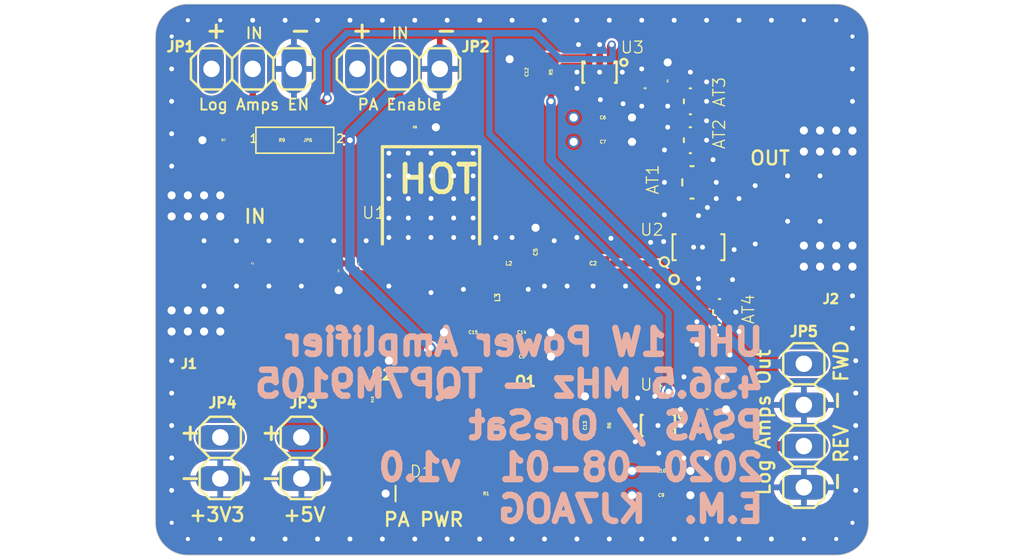
<source format=kicad_pcb>
(kicad_pcb (version 20241229) (generator "pcbnew") (generator_version "9.0")
  (layers (0 "F.Cu" signal) (4 "In1.Cu" signal) (6 "In2.Cu" signal) (2 "B.Cu" signal) (13 "F.Paste" user) (15 "B.Paste" user) (5 "F.SilkS" user "F.Silkscreen") (7 "B.SilkS" user "B.Silkscreen") (1 "F.Mask" user) (3 "B.Mask" user) (25 "Edge.Cuts" user))
  (net 0 "")
  (net 1 "GND")
  (net 2 "N$1")
  (net 3 "N$3")
  (net 4 "N$4")
  (net 5 "N$5")
  (net 6 "N$6")
  (net 7 "+3V3")
  (net 8 "N$8")
  (net 9 "N$9")
  (net 10 "N$12")
  (net 11 "N$13")
  (net 12 "FWD")
  (net 13 "REV")
  (net 14 "N$16")
  (net 15 "N$17")
  (net 16 "N$18")
  (net 17 "N$20")
  (net 18 "N$21")
  (net 19 "N$2")
  (net 20 "N$7")
  (net 21 "N$22")
  (net 22 "CAPS")
  (net 23 "+5V")
  (net 24 "N$23")
  (net 25 "N$26")
  (net 26 "N$25")
  (net 27 "N$11")
  (net 28 "N$14")
  (footprint "amp-PA-TQP7M9105-with-detect:1X03_325" (layer "F.Cu") (at 141.5011 92.0036)
    (property "Reference" "JP2")
    (property "Value" "")
  )
  (footprint "amp-PA-TQP7M9105-with-detect:.0603-B-NOSILK" (layer "F.Cu") (at 150.9011 92.2036 -90)
    (property "Reference" "R5")
    (property "Value" "0" (hide yes))
  )
  (footprint "amp-PA-TQP7M9105-with-detect:TQP7M9105" (layer "F.Cu") (at 143.5011 104.0036)
    (property "Reference" "U1")
    (property "Value" "TQP7M9105" (hide yes))
  )
  (footprint "amp-PA-TQP7M9105-with-detect:0603" (layer "F.Cu") (at 159.5011 94.0036 90)
    (property "Reference" "AT3")
    (property "Value" "10dB" (hide yes))
  )
  (footprint "amp-PA-TQP7M9105-with-detect:.0402-C-NOSILK" (layer "F.Cu") (at 160.5511 113.0036 180)
    (property "Reference" "R4")
    (property "Value" "47" (hide yes))
  )
  (footprint "amp-PA-TQP7M9105-with-detect:LED-0603_529" (layer "F.Cu") (at 142.9011 118.2036 180)
    (property "Reference" "D1")
    (property "Value" "GREEN" (hide yes))
  )
  (footprint "amp-PA-TQP7M9105-with-detect:0805" (layer "F.Cu") (at 159.6011 99.0036 90)
    (property "Reference" "AT1")
    (property "Value" "10dB" (hide yes))
  )
  (footprint "amp-PA-TQP7M9105-with-detect:.0402-B-NOSILK" (layer "F.Cu") (at 130.7011 96.4036)
    (property "Reference" "R7")
    (property "Value" "47k" (hide yes))
  )
  (footprint "amp-PA-TQP7M9105-with-detect:.0603-B-NOSILK" (layer "F.Cu") (at 157.7011 118.3036)
    (property "Reference" "C9")
    (property "Value" "100n" (hide yes))
  )
  (footprint "amp-PA-TQP7M9105-with-detect:0603" (layer "F.Cu") (at 159.5011 96.4036 90)
    (property "Reference" "AT2")
    (property "Value" "10dB" (hide yes))
  )
  (footprint "amp-PA-TQP7M9105-with-detect:.0402-C-NOSILK" (layer "F.Cu") (at 160.1011 114.4036 90)
    (property "Reference" "C11")
    (property "Value" "1n" (hide yes))
  )
  (footprint "amp-PA-TQP7M9105-with-detect:1X02_325" (layer "F.Cu") (at 130.5011 116.0036 90)
    (property "Reference" "JP4")
    (property "Value" "")
  )
  (footprint "amp-PA-TQP7M9105-with-detect:SOT23_401" (layer "F.Cu") (at 142.9011 111.4036 180)
    (property "Reference" "Q2")
    (property "Value" "N-CH" (hide yes))
  )
  (footprint "amp-PA-TQP7M9105-with-detect:SC70" (layer "F.Cu") (at 157.5011 114.0036 180)
    (property "Reference" "U4")
    (property "Value" "LT5534" (hide yes))
  )
  (footprint "amp-PA-TQP7M9105-with-detect:.0603-B-NOSILK" (layer "F.Cu") (at 153.0011 114.0036 90)
    (property "Reference" "C13")
    (property "Value" "NP" (hide yes))
  )
  (footprint "amp-PA-TQP7M9105-with-detect:0603" (layer "F.Cu") (at 161.3011 107.0036 90)
    (property "Reference" "AT4")
    (property "Value" "10dB" (hide yes))
  )
  (footprint "amp-PA-TQP7M9105-with-detect:.0603-B-NOSILK" (layer "F.Cu") (at 134.3011 96.4036 180)
    (property "Reference" "R9")
    (property "Value" "0" (hide yes))
  )
  (footprint "amp-PA-TQP7M9105-with-detect:.0603-B-NOSILK" (layer "F.Cu") (at 154.1011 96.5036)
    (property "Reference" "C7")
    (property "Value" "100p" (hide yes))
  )
  (footprint "amp-PA-TQP7M9105-with-detect:.0402-C-NOSILK" (layer "F.Cu") (at 137.8011 104.4536 -90)
    (property "Reference" "C4")
    (property "Value" "27p" (hide yes))
  )
  (footprint "amp-PA-TQP7M9105-with-detect:.0603-B-NOSILK" (layer "F.Cu") (at 157.7011 116.8036)
    (property "Reference" "C10")
    (property "Value" "100p" (hide yes))
  )
  (footprint "amp-PA-TQP7M9105-with-detect:.0603-C-NOSILK@1" (layer "F.Cu") (at 148.3011 104.0036)
    (property "Reference" "L2")
    (property "Value" "10n" (hide yes))
  )
  (footprint "amp-PA-TQP7M9105-with-detect:.0603-B-NOSILK" (layer "F.Cu") (at 146.1011 108.2536 180)
    (property "Reference" "C15")
    (property "Value" "NP" (hide yes))
  )
  (footprint "amp-PA-TQP7M9105-with-detect:.0603-B-NOSILK" (layer "F.Cu") (at 149.1011 109.7536)
    (property "Reference" "C3")
    (property "Value" "1u" (hide yes))
  )
  (footprint "amp-PA-TQP7M9105-with-detect:SOT23_401" (layer "F.Cu") (at 146.8511 111.4036)
    (property "Reference" "Q1")
    (property "Value" "P-CH" (hide yes))
  )
  (footprint "amp-PA-TQP7M9105-with-detect:BDCN-20-13+" (layer "F.Cu") (at 160.0011 103.0036)
    (property "Reference" "U2")
    (property "Value" "BDCN-20-13+" (hide yes))
  )
  (footprint "amp-PA-TQP7M9105-with-detect:.0603-B-NOSILK" (layer "F.Cu") (at 146.9011 118.2036)
    (property "Reference" "R1")
    (property "Value" "5.6k" (hide yes))
  )
  (footprint "amp-PA-TQP7M9105-with-detect:.0402-C-NOSILK" (layer "F.Cu") (at 158.1011 92.7536 -90)
    (property "Reference" "R3")
    (property "Value" "47" (hide yes))
  )
  (footprint "amp-PA-TQP7M9105-with-detect:.0603-B-NOSILK" (layer "F.Cu") (at 154.5011 114.0036 -90)
    (property "Reference" "R6")
    (property "Value" "0" (hide yes))
  )
  (footprint "amp-PA-TQP7M9105-with-detect:.0603-C-NOSILK" (layer "F.Cu") (at 149.9511 103.3036 90)
    (property "Reference" "C5")
    (property "Value" "10p" (hide yes))
  )
  (footprint "amp-PA-TQP7M9105-with-detect:142-0701-851" (layer "F.Cu") (at 170.5011 100.0036 -90)
    (property "Reference" "J2")
    (property "Value" "142-0701-851" (hide yes))
  )
  (footprint "amp-PA-TQP7M9105-with-detect:SC70" (layer "F.Cu") (at 153.9011 92.2036 180)
    (property "Reference" "U3")
    (property "Value" "LT5534" (hide yes))
  )
  (footprint "amp-PA-TQP7M9105-with-detect:.0603-C-NOSILK" (layer "F.Cu") (at 153.5011 104.0036)
    (property "Reference" "C2")
    (property "Value" "100p" (hide yes))
  )
  (footprint "amp-PA-TQP7M9105-with-detect:.0603-B-NOSILK" (layer "F.Cu") (at 154.1011 95.0036)
    (property "Reference" "C6")
    (property "Value" "100n" (hide yes))
  )
  (footprint "amp-PA-TQP7M9105-with-detect:.0402-C-NOSILK" (layer "F.Cu") (at 139.0011 104.0036)
    (property "Reference" "L1")
    (property "Value" "4.1n" (hide yes))
  )
  (footprint "amp-PA-TQP7M9105-with-detect:.0603-B-NOSILK" (layer "F.Cu") (at 135.9011 96.4036 180)
    (property "Reference" "JP6")
    (property "Value" "NP" (hide yes))
  )
  (footprint "amp-PA-TQP7M9105-with-detect:.0402-B-NOSILK" (layer "F.Cu") (at 142.5011 95.6036 180)
    (property "Reference" "R8")
    (property "Value" "47k" (hide yes))
  )
  (footprint "amp-PA-TQP7M9105-with-detect:.0402-C-NOSILK" (layer "F.Cu") (at 156.7011 93.2036)
    (property "Reference" "C8")
    (property "Value" "1n" (hide yes))
  )
  (footprint "amp-PA-TQP7M9105-with-detect:.0805-C-NOSILK" (layer "F.Cu") (at 147.6011 106.1036 -90)
    (property "Reference" "L3")
    (property "Value" "22n" (hide yes))
  )
  (footprint "amp-PA-TQP7M9105-with-detect:.0402-C-NOSILK" (layer "F.Cu") (at 132.5011 104.0036)
    (property "Reference" "C1")
    (property "Value" "100p" (hide yes))
  )
  (footprint "amp-PA-TQP7M9105-with-detect:.0603-B-NOSILK" (layer "F.Cu") (at 149.4011 92.2036 90)
    (property "Reference" "C12")
    (property "Value" "NP" (hide yes))
  )
  (footprint "amp-PA-TQP7M9105-with-detect:1X03_325" (layer "F.Cu") (at 132.5011 92.0036)
    (property "Reference" "JP1")
    (property "Value" "")
  )
  (footprint "amp-PA-TQP7M9105-with-detect:1X04_325" (layer "F.Cu") (at 166.5011 114.0036 -90)
    (property "Reference" "JP5")
    (property "Value" "")
  )
  (footprint "amp-PA-TQP7M9105-with-detect:1X02_325" (layer "F.Cu") (at 135.5011 116.0036 90)
    (property "Reference" "JP3")
    (property "Value" "")
  )
  (footprint "amp-PA-TQP7M9105-with-detect:142-0701-851" (layer "F.Cu") (at 126.5011 104.0036 90)
    (property "Reference" "J1")
    (property "Value" "142-0701-851" (hide yes))
  )
  (footprint "amp-PA-TQP7M9105-with-detect:.0402-B-NOSILK" (layer "F.Cu") (at 139.9011 112.4036 90)
    (property "Reference" "R10")
    (property "Value" "47k" (hide yes))
  )
  (footprint "amp-PA-TQP7M9105-with-detect:.0603-B-NOSILK" (layer "F.Cu") (at 149.1011 108.2536)
    (property "Reference" "C14")
    (property "Value" "47n" (hide yes))
  )
  (gr_line (start 140.5011 96.8036) (end 140.5011 102.8036) (stroke (width 0.2)) (layer "F.SilkS"))
  (gr_line (start 146.5011 102.8036) (end 146.5011 96.8036) (stroke (width 0.2)) (layer "F.SilkS"))
  (gr_line (start 146.5011 96.8036) (end 140.5011 96.8036) (stroke (width 0.2)) (layer "F.SilkS"))
  (gr_line (start 137.5011 95.6036) (end 137.5011 97.2036) (stroke (width 0.1)) (layer "F.SilkS"))
  (gr_line (start 132.7011 95.6036) (end 137.5011 95.6036) (stroke (width 0.1)) (layer "F.SilkS"))
  (gr_circle (center 158.5011 105.0036) (end 158.78394 105.0036) (stroke (width 0.15)) (fill no) (layer "F.SilkS"))
  (gr_line (start 132.7011 97.2036) (end 132.7011 95.6036) (stroke (width 0.1)) (layer "F.SilkS"))
  (gr_line (start 137.5011 97.2036) (end 132.7011 97.2036) (stroke (width 0.1)) (layer "F.SilkS"))
  (gr_line (start 128.5011 122.0036) (end 168.5011 122.0036) (stroke (width 0.05)) (layer "Edge.Cuts"))
  (gr_arc (start 168.5011 88.0036) (mid 169.915314 88.589386) (end 170.5011 90.0036) (stroke (width 0.05)) (layer "Edge.Cuts"))
  (gr_line (start 168.5011 88.0036) (end 128.5011 88.0036) (stroke (width 0.05)) (layer "Edge.Cuts"))
  (gr_arc (start 128.5011 122.0036) (mid 127.086886 121.417814) (end 126.5011 120.0036) (stroke (width 0.05)) (layer "Edge.Cuts"))
  (gr_arc (start 126.5011 90.0036) (mid 127.086886 88.589386) (end 128.5011 88.0036) (stroke (width 0.05)) (layer "Edge.Cuts"))
  (gr_line (start 170.5011 120.0036) (end 170.5011 90.0036) (stroke (width 0.05)) (layer "Edge.Cuts"))
  (gr_line (start 126.5011 90.0036) (end 126.5011 120.0036) (stroke (width 0.05)) (layer "Edge.Cuts"))
  (gr_arc (start 170.5011 120.0036) (mid 169.915314 121.417814) (end 168.5011 122.0036) (stroke (width 0.05)) (layer "Edge.Cuts"))
  (gr_text "Log Amps EN" (at 129.1011 94.6036 0) (layer "F.SilkS") (effects (font (size 0.68 0.68) (thickness 0.12)) (justify left bottom)))
  (gr_text "-" (at 169.1011 118.2036 90) (layer "F.SilkS") (effects (font (size 1.02 1.02) (thickness 0.18)) (justify left bottom)))
  (gr_text "HOT" (at 141.3011 99.8036 0) (layer "F.SilkS") (effects (font (size 1.7 1.7) (thickness 0.3)) (justify left bottom)))
  (gr_text "REV" (at 169.3011 116.4036 90) (layer "F.SilkS") (effects (font (size 0.85 0.85)) (justify left bottom)))
  (gr_text "OUT" (at 163.1011 98.0036 0) (layer "F.SilkS") (effects (font (size 0.85 0.85)) (justify left bottom)))
  (gr_text "+" (at 138.5011 90.2036 0) (layer "F.SilkS") (effects (font (size 1.02 1.02) (thickness 0.18)) (justify left bottom)))
  (gr_text "+5V" (at 134.3011 120.0036 0) (layer "F.SilkS") (effects (font (size 0.85 0.85)) (justify left bottom)))
  (gr_text "+3V3" (at 128.5011 120.0036 0) (layer "F.SilkS") (effects (font (size 0.85 0.85)) (justify left bottom)))
  (gr_text "-" (at 132.9011 117.8036 0) (layer "F.SilkS") (effects (font (size 1.02 1.02) (thickness 0.18)) (justify left bottom)))
  (gr_text "+" (at 129.5011 90.2036 0) (layer "F.SilkS") (effects (font (size 1.02 1.02) (thickness 0.18)) (justify left bottom)))
  (gr_text "PA PWR" (at 140.5011 120.3036 0) (layer "F.SilkS") (effects (font (size 0.85 0.85)) (justify left bottom)))
  (gr_text "1" (at 132.2511 96.6036 0) (layer "F.SilkS") (effects (font (size 0.51 0.51) (thickness 0.09)) (justify left bottom)))
  (gr_text "IN" (at 132.0011 90.2036 0) (layer "F.SilkS") (effects (font (size 0.68 0.68) (thickness 0.12)) (justify left bottom)))
  (gr_text "-" (at 143.7011 90.2036 0) (layer "F.SilkS") (effects (font (size 1.02 1.02) (thickness 0.18)) (justify left bottom)))
  (gr_text "Log Amps Out" (at 164.5011 118.4036 90) (layer "F.SilkS") (effects (font (size 0.85 0.85)) (justify left bottom)))
  (gr_text "PA Enable" (at 138.9011 94.6036 0) (layer "F.SilkS") (effects (font (size 0.68 0.68) (thickness 0.12)) (justify left bottom)))
  (gr_text "+" (at 127.9011 115.0036 0) (layer "F.SilkS") (effects (font (size 1.02 1.02) (thickness 0.18)) (justify left bottom)))
  (gr_text "IN" (at 131.9011 101.6036 0) (layer "F.SilkS") (effects (font (size 0.85 0.85)) (justify left bottom)))
  (gr_text "+" (at 132.9011 115.0036 0) (layer "F.SilkS") (effects (font (size 1.02 1.02) (thickness 0.18)) (justify left bottom)))
  (gr_text "-" (at 169.1011 113.2036 90) (layer "F.SilkS") (effects (font (size 1.02 1.02) (thickness 0.18)) (justify left bottom)))
  (gr_text "-" (at 127.9011 117.8036 0) (layer "F.SilkS") (effects (font (size 1.02 1.02) (thickness 0.18)) (justify left bottom)))
  (gr_text "2" (at 137.6011 96.6036 0) (layer "F.SilkS") (effects (font (size 0.51 0.51) (thickness 0.09)) (justify left bottom)))
  (gr_text "FWD" (at 169.3011 111.4036 90) (layer "F.SilkS") (effects (font (size 0.85 0.85)) (justify left bottom)))
  (gr_text "IN" (at 141.0011 90.2036 0) (layer "F.SilkS") (effects (font (size 0.68 0.68) (thickness 0.12)) (justify left bottom)))
  (gr_text "-" (at 134.7011 90.2036 0) (layer "F.SilkS") (effects (font (size 1.02 1.02) (thickness 0.18)) (justify left bottom)))
  (gr_text "UHF 1W Power Amplifier\n436.5 MHz - TQP7M9105\nPSAS / OreSat\n2020-08-01  v1.0\nE.M.  KJ7AOG" (at 164.2011 120.1036 -0) (layer "B.SilkS") (effects (font (size 1.6 1.6) (thickness 0.4)) (justify left bottom mirror)))
  (segment (start 160.0011 104.0286) (end 160.0011 104.9536) (width 0.5) (layer "F.Cu") (net 1))
  (segment (start 162.3011 107.0036) (end 161.8511 107.0036) (width 0.8) (layer "F.Cu") (net 1))
  (segment (start 145.3011 108.2536) (end 144.3011 108.2536) (width 0.6) (layer "F.Cu") (net 1))
  (segment (start 153.0011 112.2036) (end 153.0011 113.2036) (width 0.6) (layer "F.Cu") (net 1))
  (segment (start 142.1011 97.2036) (end 142.1011 98.6036) (width 0.6) (layer "F.Cu") (net 1))
  (segment (start 159.7011 103.0036) (end 158.2011 103.0036) (width 0.5) (layer "F.Cu") (net 1))
  (segment (start 149.9011 109.7536) (end 150.9011 109.7536) (width 0.6) (layer "F.Cu") (net 1))
  (segment (start 153.9011 93.8536) (end 153.9011 93.1036) (width 0.4) (layer "F.Cu") (net 1))
  (segment (start 157.5011 114.0036) (end 157.5011 113.1036) (width 0.4) (layer "F.Cu") (net 1))
  (segment (start 160.2011 98.3036) (end 160.2011 99.0036) (width 0.4) (layer "F.Cu") (net 1))
  (segment (start 146.1011 98.6036) (end 144.9011 98.6036) (width 0.6) (layer "F.Cu") (net 1))
  (segment (start 154.2011 94.1536) (end 154.9011 94.1536) (width 0.4) (layer "F.Cu") (net 1))
  (segment (start 159.7011 103.0036) (end 160.0011 103.3036) (width 0.5) (layer "F.Cu") (net 1))
  (segment (start 160.0011 103.3036) (end 160.0011 104.0286) (width 0.5) (layer "F.Cu") (net 1))
  (segment (start 149.9511 102.6036) (end 149.9511 101.8036) (width 0.6) (layer "F.Cu") (net 1))
  (segment (start 130.2011 96.4036) (end 129.4011 96.4036) (width 0.6) (layer "F.Cu") (net 1))
  (segment (start 154.9011 94.1536) (end 155.3511 94.1536) (width 0.4) (layer "F.Cu") (net 1))
  (segment (start 158.5011 116.0036) (end 159.1011 116.0036) (width 0.4) (layer "F.Cu") (net 1))
  (segment (start 160.0011 101.9786) (end 160.0011 102.7036) (width 0.5) (layer "F.Cu") (net 1))
  (segment (start 155.3011 92.2036) (end 153.9011 92.2036) (width 0.4) (layer "F.Cu") (net 1))
  (segment (start 159.7011 103.0036) (end 160.2511 103.0036) (width 0.5) (layer "F.Cu") (net 1))
  (segment (start 159.5011 118.3036) (end 158.5011 118.3036) (width 0.6) (layer "F.Cu") (net 1))
  (segment (start 153.9011 90.5036) (end 153.9011 91.3036) (width 0.4) (layer "F.Cu") (net 1))
  (segment (start 140.9011 98.6036) (end 142.1011 98.6036) (width 0.6) (layer "F.Cu") (net 1))
  (segment (start 153.9011 92.2036) (end 152.5011 92.2036) (width 0.4) (layer "F.Cu") (net 1))
  (segment (start 157.5011 114.0036) (end 158.9011 114.0036) (width 0.4) (layer "F.Cu") (net 1))
  (segment (start 159.5011 116.8036) (end 158.5011 116.8036) (width 0.6) (layer "F.Cu") (net 1))
  (segment (start 162.0511 103.0036) (end 162.2011 103.1536) (width 0.5) (layer "F.Cu") (net 1))
  (segment (start 145.2311 102.1586) (end 145.886737 102.1586) (width 0.6) (layer "F.Cu") (net 1))
  (segment (start 144.9011 97.2036) (end 144.9011 98.6036) (width 0.6) (layer "F.Cu") (net 1))
  (segment (start 137.8011 104.9036) (end 137.8011 105.6536) (width 0.5) (layer "F.Cu") (net 1))
  (segment (start 158.1011 91.6036) (end 158.1011 92.3036) (width 0.5) (layer "F.Cu") (net 1))
  (segment (start 157.5011 114.0036) (end 157.5011 114.9036) (width 0.4) (layer "F.Cu") (net 1))
  (segment (start 153.9011 93.1036) (end 153.9011 92.2036) (width 0.4) (layer "F.Cu") (net 1))
  (segment (start 140.7011 118.2036) (end 142.0241 118.2036) (width 0.6) (layer "F.Cu") (net 1))
  (segment (start 160.0011 101.0536) (end 160.5011 100.5536) (width 0.5) (layer "F.Cu") (net 1))
  (segment (start 158.2011 103.0036) (end 157.8511 102.6536) (width 0.5) (layer "F.Cu") (net 1))
  (segment (start 160.0011 101.9786) (end 160.0011 102.7536) (width 0.5) (layer "F.Cu") (net 1))
  (segment (start 160.2511 103.0036) (end 160.0011 103.2536) (width 0.5) (layer "F.Cu") (net 1))
  (segment (start 140.9011 102.4036) (end 142.1011 102.4036) (width 0.6) (layer "F.Cu") (net 1))
  (segment (start 140.9011 110.0036) (end 141.6511 110.0036) (width 0.6) (layer "F.Cu") (net 1))
  (segment (start 158.5011 116.8036) (end 158.5011 116.1036) (width 0.4) (layer "F.Cu") (net 1))
  (segment (start 157.5511 115.7036) (end 157.5011 115.6536) (width 0.4) (layer "F.Cu") (net 1))
  (segment (start 157.8511 116.0036) (end 158.5011 116.0036) (width 0.4) (layer "F.Cu") (net 1))
  (segment (start 157.3011 112.2036) (end 157.5011 112.4036) (width 0.4) (layer "F.Cu") (net 1))
  (segment (start 141.6511 110.0036) (end 141.9511 110.3036) (width 0.6) (layer "F.Cu") (net 1))
  (segment (start 154.9011 96.5036) (end 155.9011 96.5036) (width 0.6) (layer "F.Cu") (net 1))
  (segment (start 157.5511 115.7036) (end 157.8511 116.0036) (width 0.4) (layer "F.Cu") (net 1))
  (segment (start 153.9511 93.9036) (end 154.2011 94.1536) (width 0.4) (layer "F.Cu") (net 1))
  (segment (start 145.886737 102.1586) (end 146.116418 102.388282) (width 0.6) (layer "F.Cu") (net 1))
  (segment (start 157.5011 112.4036) (end 157.5011 113.1036) (width 0.4) (layer "F.Cu") (net 1))
  (segment (start 153.9511 93.9036) (end 153.9011 93.8536) (width 0.4) (layer "F.Cu") (net 1))
  (segment (start 160.0011 102.7536) (end 160.2511 103.0036) (width 0.5) (layer "F.Cu") (net 1))
  (segment (start 160.0011 105.5036) (end 160.0011 104.9536) (width 0.5) (layer "F.Cu") (net 1))
  (segment (start 154.9011 95.0036) (end 154.9011 94.3036) (width 0.4) (layer "F.Cu") (net 1))
  (segment (start 143.0011 95.6036) (end 143.8011 95.6036) (width 0.6) (layer "F.Cu") (net 1))
  (segment (start 160.0011 103.2536) (end 160.0011 104.0286) (width 0.5) (layer "F.Cu") (net 1))
  (segment (start 160.5011 94.0036) (end 160.0511 94.0036) (width 0.8) (layer "F.Cu") (net 1))
  (segment (start 160.5011 100.5536) (end 160.5511 100.5536) (width 0.5) (layer "F.Cu") (net 1))
  (segment (start 160.2511 103.0036) (end 162.0511 103.0036) (width 0.5) (layer "F.Cu") (net 1))
  (segment (start 160.0011 101.9786) (end 160.0011 101.0536) (width 0.5) (layer "F.Cu") (net 1))
  (segment (start 160.5011 96.4036) (end 160.0511 96.4036) (width 0.8) (layer "F.Cu") (net 1))
  (segment (start 143.5011 100.4286) (end 145.2311 102.1586) (width 0.6) (layer "F.Cu") (net 1))
  (segment (start 161.0011 113.0036) (end 161.7011 113.0036) (width 0.5) (layer "F.Cu") (net 1))
  (segment (start 160.9011 97.6036) (end 160.2011 98.3036) (width 0.4) (layer "F.Cu") (net 1))
  (segment (start 155.9011 95.0036) (end 154.9011 95.0036) (width 0.6) (layer "F.Cu") (net 1))
  (segment (start 157.5011 114.0036) (end 156.1011 114.0036) (width 0.4) (layer "F.Cu") (net 1))
  (segment (start 146.1011 102.4036) (end 144.9011 102.4036) (width 0.6) (layer "F.Cu") (net 1))
  (segment (start 149.4011 91.4036) (end 148.3511 91.4036) (width 0.6) (layer "F.Cu") (net 1))
  (segment (start 149.9011 108.2536) (end 150.9011 108.2536) (width 0.6) (layer "F.Cu") (net 1))
  (segment (start 153.9011 92.2036) (end 153.9011 91.3036) (width 0.4) (layer "F.Cu") (net 1))
  (segment (start 157.5011 115.6536) (end 157.5011 114.9036) (width 0.4) (layer "F.Cu") (net 1))
  (segment (start 160.0011 102.7036) (end 159.7011 103.0036) (width 0.5) (layer "F.Cu") (net 1))
  (via (at 135.5011 105.4036) (size 0.5032) (drill 0.3) (layers "F.Cu" "B.Cu") (net 1))
  (via (at 132.5011 121.0036) (size 0.5032) (drill 0.3) (layers "F.Cu" "B.Cu") (net 1))
  (via (at 158.5011 89.0036) (size 0.5032) (drill 0.3) (layers "F.Cu" "B.Cu") (net 1))
  (via (at 167.5011 101.4036) (size 0.5032) (drill 0.3) (layers "F.Cu" "B.Cu") (net 1))
  (via (at 155.3511 94.1536) (size 0.5032) (drill 0.3) (layers "F.Cu" "B.Cu") (net 1))
  (via (at 168.5011 104.2036) (size 0.75) (drill 0.5) (layers "F.Cu" "B.Cu") (net 1))
  (via (at 162.5011 108.2036) (size 0.5032) (drill 0.3) (layers "F.Cu" "B.Cu") (net 1))
  (via (at 169.5011 106.0036) (size 0.5032) (drill 0.3) (layers "F.Cu" "B.Cu") (net 1))
  (via (at 146.5011 121.0036) (size 0.5032) (drill 0.3) (layers "F.Cu" "B.Cu") (net 1))
  (via (at 159.5011 118.3036) (size 0.75) (drill 0.5) (layers "F.Cu" "B.Cu") (net 1))
  (via (at 159.1011 111.0036) (size 0.5032) (drill 0.3) (layers "F.Cu" "B.Cu") (net 1))
  (via (at 158.1011 94.3036) (size 0.5032) (drill 0.3) (layers "F.Cu" "B.Cu") (net 1))
  (via (at 140.9011 101.2036) (size 0.5032) (drill 0.3) (layers "F.Cu" "B.Cu") (net 1))
  (via (at 127.5011 92.0036) (size 0.5032) (drill 0.3) (layers "F.Cu" "B.Cu") (net 1))
  (via (at 146.1011 98.6036) (size 0.5032) (drill 0.3) (layers "F.Cu" "B.Cu") (net 1))
  (via (at 138.5011 121.0036) (size 0.5032) (drill 0.3) (layers "F.Cu" "B.Cu") (net 1))
  (via (at 157.8511 102.6536) (size 0.5032) (drill 0.3) (layers "F.Cu" "B.Cu") (net 1))
  (via (at 140.9011 100.0036) (size 0.5032) (drill 0.3) (layers "F.Cu" "B.Cu") (net 1))
  (via (at 155.9011 95.0036) (size 0.75) (drill 0.5) (layers "F.Cu" "B.Cu") (net 1))
  (via (at 161.1011 100.0036) (size 0.5032) (drill 0.3) (layers "F.Cu" "B.Cu") (net 1))
  (via (at 164.5011 89.0036) (size 0.5032) (drill 0.3) (layers "F.Cu" "B.Cu") (net 1))
  (via (at 132.5011 89.0036) (size 0.5032) (drill 0.3) (layers "F.Cu" "B.Cu") (net 1))
  (via (at 160.5011 92.8036) (size 0.5032) (drill 0.3) (layers "F.Cu" "B.Cu") (net 1))
  (via (at 157.3011 112.2036) (size 0.5032) (drill 0.3) (layers "F.Cu" "B.Cu") (net 1))
  (via (at 160.2511 103.0036) (size 0.5032) (drill 0.3) (layers "F.Cu" "B.Cu") (net 1))
  (via (at 130.5011 106.9036) (size 0.75) (drill 0.5) (layers "F.Cu" "B.Cu") (net 1))
  (via (at 166.5011 104.2036) (size 0.75) (drill 0.5) (layers "F.Cu" "B.Cu") (net 1))
  (via (at 162.2011 103.1536) (size 0.5032) (drill 0.3) (layers "F.Cu" "B.Cu") (net 1))
  (via (at 166.5011 121.0036) (size 0.4572) (drill 0.254) (layers "F.Cu" "B.Cu") (net 1))
  (via (at 168.5011 97.1036) (size 0.75) (drill 0.5) (layers "F.Cu" "B.Cu") (net 1))
  (via (at 142.5011 89.0036) (size 0.5032) (drill 0.3) (layers "F.Cu" "B.Cu") (net 1))
  (via (at 146.1011 100.0036) (size 0.5032) (drill 0.3) (layers "F.Cu" "B.Cu") (net 1))
  (via (at 148.5011 102.4036) (size 0.5032) (drill 0.3) (layers "F.Cu" "B.Cu") (net 1))
  (via (at 131.5011 102.6036) (size 0.5032) (drill 0.3) (layers "F.Cu" "B.Cu") (net 1))
  (via (at 160.5511 100.5536) (size 0.5032) (drill 0.3) (layers "F.Cu" "B.Cu") (net 1))
  (via (at 130.5011 99.8036) (size 0.75) (drill 0.5) (layers "F.Cu" "B.Cu") (net 1))
  (via (at 156.1011 115.0036) (size 0.5032) (drill 0.3) (layers "F.Cu" "B.Cu") (net 1))
  (via (at 167.5011 98.6036) (size 0.5032) (drill 0.3) (layers "F.Cu" "B.Cu") (net 1))
  (via (at 161.9511 109.6536) (size 0.5032) (drill 0.3) (layers "F.Cu" "B.Cu") (net 1))
  (via (at 144.5011 121.0036) (size 0.5032) (drill 0.3) (layers "F.Cu" "B.Cu") (net 1))
  (via (at 148.3511 91.4036) (size 0.75) (drill 0.5) (layers "F.Cu" "B.Cu") (net 1))
  (via (at 129.5011 99.8036) (size 0.75) (drill 0.5) (layers "F.Cu" "B.Cu") (net 1))
  (via (at 138.5011 89.0036) (size 0.5032) (drill 0.3) (layers "F.Cu" "B.Cu") (net 1))
  (via (at 169.7011 112.0036) (size 0.5032) (drill 0.3) (layers "F.Cu" "B.Cu") (net 1))
  (via (at 130.5011 89.0036) (size 0.4572) (drill 0.254) (layers "F.Cu" "B.Cu") (net 1))
  (via (at 169.5011 95.8036) (size 0.75) (drill 0.5) (layers "F.Cu" "B.Cu") (net 1))
  (via (at 168.5011 95.8036) (size 0.75) (drill 0.5) (layers "F.Cu" "B.Cu") (net 1))
  (via (at 155.9011 96.5036) (size 0.75) (drill 0.5) (layers "F.Cu" "B.Cu") (net 1))
  (via (at 159.1011 116.0036) (size 0.5032) (drill 0.3) (layers "F.Cu" "B.Cu") (net 1))
  (via (at 169.7011 110.0036) (size 0.5032) (drill 0.3) (layers "F.Cu" "B.Cu") (net 1))
  (via (at 127.5011 118.0036) (size 0.5032) (drill 0.3) (layers "F.Cu" "B.Cu") (net 1))
  (via (at 143.5011 98.6036) (size 0.5032) (drill 0.3) (layers "F.Cu" "B.Cu") (net 1))
  (via (at 152.5011 93.2036) (size 0.5032) (drill 0.3) (layers "F.Cu" "B.Cu") (net 1))
  (via (at 159.9011 109.0036) (size 0.5032) (drill 0.3) (layers "F.Cu" "B.Cu") (net 1))
  (via (at 152.5011 121.0036) (size 0.5032) (drill 0.3) (layers "F.Cu" "B.Cu") (net 1))
  (via (at 165.5011 101.4036) (size 0.5032) (drill 0.3) (layers "F.Cu" "B.Cu") (net 1))
  (via (at 161.1011 99.0036) (size 0.5032) (drill 0.3) (layers "F.Cu" "B.Cu") (net 1))
  (via (at 162.3011 107.0036) (size 0.5032) (drill 0.3) (layers "F.Cu" "B.Cu") (net 1))
  (via (at 151.1011 102.6036) (size 0.5032) (drill 0.3) (layers "F.Cu" "B.Cu") (net 1))
  (via (at 160.0011 104.9536) (size 0.5032) (drill 0.3) (layers "F.Cu" "B.Cu") (net 1))
  (via (at 128.5011 106.9036) (size 0.75) (drill 0.5) (layers "F.Cu" "B.Cu") (net 1))
  (via (at 159.9011 107.6036) (size 0.5032) (drill 0.3) (layers "F.Cu" "B.Cu") (net 1))
  (via (at 140.5011 121.0036) (size 0.5032) (drill 0.3) (layers "F.Cu" "B.Cu") (net 1))
  (via (at 169.7011 118.0036) (size 0.5032) (drill 0.3) (layers "F.Cu" "B.Cu") (net 1))
  (via (at 153.9511 93.9036) (size 0.5032) (drill 0.3) (layers "F.Cu" "B.Cu") (net 1))
  (via (at 150.9011 109.7536) (size 0.75) (drill 0.5) (layers "F.Cu" "B.Cu") (net 1))
  (via (at 130.5011 101.1036) (size 0.75) (drill 0.5) (layers "F.Cu" "B.Cu") (net 1))
  (via (at 129.5011 108.2036) (size 0.75) (drill 0.5) (layers "F.Cu" "B.Cu") (net 1))
  (via (at 157.9011 97.0036) (size 0.5032) (drill 0.3) (layers "F.Cu" "B.Cu") (net 1))
  (via (at 150.9011 108.2536) (size 0.75) (drill 0.5) (layers "F.Cu" "B.Cu") (net 1))
  (via (at 159.7011 103.0036) (size 0.5032) (drill 0.3) (layers "F.Cu" "B.Cu") (net 1))
  (via (at 158.1011 95.6036) (size 0.5032) (drill 0.3) (layers "F.Cu" "B.Cu") (net 1))
  (via (at 160.5011 94.0036) (size 0.5032) (drill 0.3) (layers "F.Cu" "B.Cu") (net 1))
  (via (at 136.5011 89.0036) (size 0.5032) (drill 0.3) (layers "F.Cu" "B.Cu") (net 1))
  (via (at 149.5011 105.6036) (size 0.5032) (drill 0.3) (layers "F.Cu" "B.Cu") (net 1))
  (via (at 153.5011 105.4036) (size 0.5032) (drill 0.3) (layers "F.Cu" "B.Cu") (net 1))
  (via (at 146.1011 102.4036) (size 0.5032) (drill 0.3) (layers "F.Cu" "B.Cu") (net 1))
  (via (at 127.5011 114.0036) (size 0.5032) (drill 0.3) (layers "F.Cu" "B.Cu") (net 1))
  (via (at 144.5011 89.0036) (size 0.5032) (drill 0.3) (layers "F.Cu" "B.Cu") (net 1))
  (via (at 144.9011 97.2036) (size 0.5032) (drill 0.3) (layers "F.Cu" "B.Cu") (net 1))
  (via (at 127.5011 94.0036) (size 0.5032) (drill 0.3) (layers "F.Cu" "B.Cu") (net 1))
  (via (at 127.5011 110.0036) (size 0.5032) (drill 0.3) (layers "F.Cu" "B.Cu") (net 1))
  (via (at 127.5011 120.0036) (size 0.4572) (drill 0.254) (layers "F.Cu" "B.Cu") (net 1))
  (via (at 143.8011 95.6036) (size 0.75) (drill 0.5) (layers "F.Cu" "B.Cu") (net 1))
  (via (at 169.5011 108.0036) (size 0.5032) (drill 0.3) (layers "F.Cu" "B.Cu") (net 1))
  (via (at 140.5011 89.0036) (size 0.5032) (drill 0.3) (layers "F.Cu" "B.Cu") (net 1))
  (via (at 143.5011 97.2036) (size 0.5032) (drill 0.3) (layers "F.Cu" "B.Cu") (net 1))
  (via (at 168.5011 102.9036) (size 0.75) (drill 0.5) (layers "F.Cu" "B.Cu") (net 1))
  (via (at 155.5011 105.4036) (size 0.5032) (drill 0.3) (layers "F.Cu" "B.Cu") (net 1))
  (via (at 156.2511 112.3036) (size 0.5032) (drill 0.3) (layers "F.Cu" "B.Cu") (net 1))
  (via (at 133.5011 105.4036) (size 0.5032) (drill 0.3) (layers "F.Cu" "B.Cu") (net 1))
  (via (at 169.5011 92.0036) (size 0.5032) (drill 0.3) (layers "F.Cu" "B.Cu") (net 1))
  (via (at 169.7011 114.0036) (size 0.5032) (drill 0.3) (layers "F.Cu" "B.Cu") (net 1))
  (via (at 128.5011 99.8036) (size 0.75) (drill 0.5) (layers "F.Cu" "B.Cu") (net 1))
  (via (at 157.5511 115.7036) (size 0.5032) (drill 0.3) (layers "F.Cu" "B.Cu") (net 1))
  (via (at 140.9011 97.2036) (size 0.5032) (drill 0.3) (layers "F.Cu" "B.Cu") (net 1))
  (via (at 168.5011 89.0036) (size 0.4572) (drill 0.254) (layers "F.Cu" "B.Cu") (net 1))
  (via (at 160.9011 97.6036) (size 0.5032) (drill 0.3) (layers "F.Cu" "B.Cu") (net 1))
  (via (at 166.5011 102.9036) (size 0.75) (drill 0.5) (layers "F.Cu" "B.Cu") (net 1))
  (via (at 160.5011 89.0036) (size 0.5032) (drill 0.3) (layers "F.Cu" "B.Cu") (net 1))
  (via (at 169.5011 97.1036) (size 0.75) (drill 0.5) (layers "F.Cu" "B.Cu") (net 1))
  (via (at 148.5011 89.0036) (size 0.5032) (drill 0.3) (layers "F.Cu" "B.Cu") (net 1))
  (via (at 169.5011 90.0036) (size 0.4572) (drill 0.254) (layers "F.Cu" "B.Cu") (net 1))
  (via (at 142.1011 101.2036) (size 0.5032) (drill 0.3) (layers "F.Cu" "B.Cu") (net 1))
  (via (at 152.6011 90.5036) (size 0.5032) (drill 0.3) (layers "F.Cu" "B.Cu") (net 1))
  (via (at 154.5011 121.0036) (size 0.5032) (drill 0.3) (layers "F.Cu" "B.Cu") (net 1))
  (via (at 130.5011 108.2036) (size 0.75) (drill 0.5) (layers "F.Cu" "B.Cu") (net 1))
  (via (at 129.5011 106.9036) (size 0.75) (drill 0.5) (layers "F.Cu" "B.Cu") (net 1))
  (via (at 156.1011 114.0036) (size 0.5032) (drill 0.3) (layers "F.Cu" "B.Cu") (net 1))
  (via (at 142.1011 98.6036) (size 0.5032) (drill 0.3) (layers "F.Cu" "B.Cu") (net 1))
  (via (at 168.5011 121.0036) (size 0.4572) (drill 0.254) (layers "F.Cu" "B.Cu") (net 1))
  (via (at 160.5011 116.0036) (size 0.5032) (drill 0.3) (layers "F.Cu" "B.Cu") (net 1))
  (via (at 143.5011 102.4036) (size 0.5032) (drill 0.3) (layers "F.Cu" "B.Cu") (net 1))
  (via (at 166.5011 95.8036) (size 0.75) (drill 0.5) (layers "F.Cu" "B.Cu") (net 1))
  (via (at 145.5011 105.6036) (size 0.5032) (drill 0.3) (layers "F.Cu" "B.Cu") (net 1))
  (via (at 142.5011 121.0036) (size 0.5032) (drill 0.3) (layers "F.Cu" "B.Cu") (net 1))
  (via (at 128.5011 121.0036) (size 0.4572) (drill 0.254) (layers "F.Cu" "B.Cu") (net 1))
  (via (at 144.3011 108.2536) (size 0.75) (drill 0.5) (layers "F.Cu" "B.Cu") (net 1))
  (via (at 162.5011 89.0036) (size 0.5032) (drill 0.3) (layers "F.Cu" "B.Cu") (net 1))
  (via (at 156.5011 94.3036) (size 0.5032) (drill 0.3) (layers "F.Cu" "B.Cu") (net 1))
  (via (at 147.5011 102.4036) (size 0.5032) (drill 0.3) (layers "F.Cu" "B.Cu") (net 1))
  (via (at 162.5011 121.0036) (size 0.5032) (drill 0.3) (layers "F.Cu" "B.Cu") (net 1))
  (via (at 161.5011 111.0036) (size 0.5032) (drill 0.3) (layers "F.Cu" "B.Cu") (net 1))
  (via (at 129.5011 101.1036) (size 0.75) (drill 0.5) (layers "F.Cu" "B.Cu") (net 1))
  (via (at 166.5011 89.0036) (size 0.4572) (drill 0.254) (layers "F.Cu" "B.Cu") (net 1))
  (via (at 169.7011 116.0036) (size 0.5032) (drill 0.3) (layers "F.Cu" "B.Cu") (net 1))
  (via (at 143.5011 100.0036) (size 0.5032) (drill 0.3) (layers "F.Cu" "B.Cu") (net 1))
  (via (at 134.5011 89.0036) (size 0.5032) (drill 0.3) (layers "F.Cu" "B.Cu") (net 1))
  (via (at 142.1011 100.0036) (size 0.5032) (drill 0.3) (layers "F.Cu" "B.Cu") (net 1))
  (via (at 140.9011 98.6036) (size 0.5032) (drill 0.3) (layers "F.Cu" "B.Cu") (net 1))
  (via (at 127.5011 116.0036) (size 0.5032) (drill 0.3) (layers "F.Cu" "B.Cu") (net 1))
  (via (at 151.9011 105.4036) (size 0.5032) (drill 0.3) (layers "F.Cu" "B.Cu") (net 1))
  (via (at 167.5011 97.1036) (size 0.75) (drill 0.5) (layers "F.Cu" "B.Cu") (net 1))
  (via (at 131.5011 105.4036) (size 0.5032) (drill 0.3) (layers "F.Cu" "B.Cu") (net 1))
  (via (at 160.5011 96.4036) (size 0.5032) (drill 0.3) (layers "F.Cu" "B.Cu") (net 1))
  (via (at 159.5011 116.8036) (size 0.75) (drill 0.5) (layers "F.Cu" "B.Cu") (net 1))
  (via (at 146.1011 97.2036) (size 0.5032) (drill 0.3) (layers "F.Cu" "B.Cu") (net 1))
  (via (at 142.1011 97.2036) (size 0.5032) (drill 0.3) (layers "F.Cu" "B.Cu") (net 1))
  (via (at 152.5011 89.0036) (size 0.5032) (drill 0.3) (layers "F.Cu" "B.Cu") (net 1))
  (via (at 167.5011 104.2036) (size 0.75) (drill 0.5) (layers "F.Cu" "B.Cu") (net 1))
  (via (at 167.5011 95.8036) (size 0.75) (drill 0.5) (layers "F.Cu" "B.Cu") (net 1))
  (via (at 136.5011 121.0036) (size 0.5032) (drill 0.3) (layers "F.Cu" "B.Cu") (net 1))
  (via (at 127.5011 96.0036) (size 0.5032) (drill 0.3) (layers "F.Cu" "B.Cu") (net 1))
  (via (at 144.9011 98.6036) (size 0.5032) (drill 0.3) (layers "F.Cu" "B.Cu") (net 1))
  (via (at 128.5011 89.0036) (size 0.4572) (drill 0.254) (layers "F.Cu" "B.Cu") (net 1))
  (via (at 156.5011 89.0036) (size 0.5032) (drill 0.3) (layers "F.Cu" "B.Cu") (net 1))
  (via (at 129.5011 105.4036) (size 0.5032) (drill 0.3) (layers "F.Cu" "B.Cu") (net 1))
  (via (at 142.1011 102.4036) (size 0.5032) (drill 0.3) (layers "F.Cu" "B.Cu") (net 1))
  (via (at 169.5011 104.2036) (size 0.75) (drill 0.5) (layers "F.Cu" "B.Cu") (net 1))
  (via (at 135.5011 102.6036) (size 0.5032) (drill 0.3) (layers "F.Cu" "B.Cu") (net 1))
  (via (at 130.5011 121.0036) (size 0.4572) (drill 0.254) (layers "F.Cu" "B.Cu") (net 1))
  (via (at 127.5011 99.8036) (size 0.75) (drill 0.5) (layers "F.Cu" "B.Cu") (net 1))
  (via (at 164.5011 121.0036) (size 0.5032) (drill 0.3) (layers "F.Cu" "B.Cu") (net 1))
  (via (at 157.5011 105.4036) (size 0.5032) (drill 0.3) (layers "F.Cu" "B.Cu") (net 1))
  (via (at 160.5011 95.2036) (size 0.5032) (drill 0.3) (layers "F.Cu" "B.Cu") (net 1))
  (via (at 140.7011 118.2036) (size 0.75) (drill 0.5) (layers "F.Cu" "B.Cu") (net 1))
  (via (at 128.5011 101.1036) (size 0.75) (drill 0.5) (layers "F.Cu" "B.Cu") (net 1))
  (via (at 140.9011 110.0036) (size 0.75) (drill 0.5) (layers "F.Cu" "B.Cu") (net 1))
  (via (at 143.5011 101.2036) (size 0.5032) (drill 0.3) (layers "F.Cu" "B.Cu") (net 1))
  (via (at 152.5011 102.4036) (size 0.5032) (drill 0.3) (layers "F.Cu" "B.Cu") (net 1))
  (via (at 157.9011 101.0036) (size 0.5032) (drill 0.3) (layers "F.Cu" "B.Cu") (net 1))
  (via (at 127.5011 98.0036) (size 0.5032) (drill 0.3) (layers "F.Cu" "B.Cu") (net 1))
  (via (at 162.5011 100.0036) (size 0.5032) (drill 0.3) (layers "F.Cu" "B.Cu") (net 1))
  (via (at 155.3011 92.2036) (size 0.5032) (drill 0.3) (layers "F.Cu" "B.Cu") (net 1))
  (via (at 140.9011 102.4036) (size 0.5032) (drill 0.3) (layers "F.Cu" "B.Cu") (net 1))
  (via (at 160.0011 105.5036) (size 0.5032) (drill 0.3) (layers "F.Cu" "B.Cu") (net 1))
  (via (at 153.0011 112.2036) (size 0.75) (drill 0.5) (layers "F.Cu" "B.Cu") (net 1))
  (via (at 134.5011 121.0036) (size 0.5032) (drill 0.3) (layers "F.Cu" "B.Cu") (net 1))
  (via (at 144.9011 102.4036) (size 0.5032) (drill 0.3) (layers "F.Cu" "B.Cu") (net 1))
  (via (at 157.9011 99.0036) (size 0.5032) (drill 0.3) (layers "F.Cu" "B.Cu") (net 1))
  (via (at 137.5011 102.6036) (size 0.5032) (drill 0.3) (layers "F.Cu" "B.Cu") (net 1))
  (via (at 167.5011 102.9036) (size 0.75) (drill 0.5) (layers "F.Cu" "B.Cu") (net 1))
  (via (at 160.5011 121.0036) (size 0.5032) (drill 0.3) (layers "F.Cu" "B.Cu") (net 1))
  (via (at 158.5011 121.0036) (size 0.5032) (drill 0.3) (layers "F.Cu" "B.Cu") (net 1))
  (via (at 165.5011 98.6036) (size 0.5032) (drill 0.3) (layers "F.Cu" "B.Cu") (net 1))
  (via (at 129.5011 102.6036) (size 0.5032) (drill 0.3) (layers "F.Cu" "B.Cu") (net 1))
  (via (at 163.5011 102.8036) (size 0.5032) (drill 0.3) (layers "F.Cu" "B.Cu") (net 1))
  (via (at 143.5011 105.8036) (size 0.5032) (drill 0.3) (layers "F.Cu" "B.Cu") (net 1))
  (via (at 139.5011 102.6036) (size 0.5032) (drill 0.3) (layers "F.Cu" "B.Cu") (net 1))
  (via (at 149.9511 101.8036) (size 0.75) (drill 0.5) (layers "F.Cu" "B.Cu") (net 1))
  (via (at 159.5011 92.2036) (size 0.5032) (drill 0.3) (layers "F.Cu" "B.Cu") (net 1))
  (via (at 161.7011 113.0036) (size 0.75) (drill 0.5) (layers "F.Cu" "B.Cu") (net 1))
  (via (at 157.0511 102.7036) (size 0.5032) (drill 0.3) (layers "F.Cu" "B.Cu") (net 1))
  (via (at 150.5011 89.0036) (size 0.5032) (drill 0.3) (layers "F.Cu" "B.Cu") (net 1))
  (via (at 133.5011 102.6036) (size 0.5032) (drill 0.3) (layers "F.Cu" "B.Cu") (net 1))
  (via (at 158.9011 113.0036) (size 0.5032) (drill 0.3) (layers "F.Cu" "B.Cu") (net 1))
  (via (at 150.5011 105.4036) (size 0.5032) (drill 0.3) (layers "F.Cu" "B.Cu") (net 1))
  (via (at 154.6011 102.4536) (size 0.5032) (drill 0.3) (layers "F.Cu" "B.Cu") (net 1))
  (via (at 129.4011 96.4036) (size 0.75) (drill 0.5) (layers "F.Cu" "B.Cu") (net 1))
  (via (at 169.5011 120.0036) (size 0.4572) (drill 0.254) (layers "F.Cu" "B.Cu") (net 1))
  (via (at 146.1011 101.2036) (size 0.5032) (drill 0.3) (layers "F.Cu" "B.Cu") (net 1))
  (via (at 153.9011 92.2036) (size 0.5032) (drill 0.3) (layers "F.Cu" "B.Cu") (net 1))
  (via (at 160.0011 101.0536) (size 0.5032) (drill 0.3) (layers "F.Cu" "B.Cu") (net 1))
  (via (at 158.9011 114.0036) (size 0.5032) (drill 0.3) (layers "F.Cu" "B.Cu") (net 1))
  (via (at 128.5011 108.2036) (size 0.75) (drill 0.5) (layers "F.Cu" "B.Cu") (net 1))
  (via (at 157.5011 114.0036) (size 0.5032) (drill 0.3) (layers "F.Cu" "B.Cu") (net 1))
  (via (at 156.5011 92.0036) (size 0.5032) (drill 0.3) (layers "F.Cu" "B.Cu") (net 1))
  (via (at 163.5011 99.2036) (size 0.5032) (drill 0.3) (layers "F.Cu" "B.Cu") (net 1))
  (via (at 162.1011 105.0036) (size 0.5032) (drill 0.3) (layers "F.Cu" "B.Cu") (net 1))
  (via (at 140.9011 105.4036) (size 0.5032) (drill 0.3) (layers "F.Cu" "B.Cu") (net 1))
  (via (at 146.5011 89.0036) (size 0.5032) (drill 0.3) (layers "F.Cu" "B.Cu") (net 1))
  (via (at 154.5011 89.0036) (size 0.5032) (drill 0.3) (layers "F.Cu" "B.Cu") (net 1))
  (via (at 156.5011 121.0036) (size 0.5032) (drill 0.3) (layers "F.Cu" "B.Cu") (net 1))
  (via (at 152.5011 92.2036) (size 0.5032) (drill 0.3) (layers "F.Cu" "B.Cu") (net 1))
  (via (at 153.9011 90.5036) (size 0.5032) (drill 0.3) (layers "F.Cu" "B.Cu") (net 1))
  (via (at 144.9011 101.2036) (size 0.5032) (drill 0.3) (layers "F.Cu" "B.Cu") (net 1))
  (via (at 169.5011 94.0036) (size 0.5032) (drill 0.3) (layers "F.Cu" "B.Cu") (net 1))
  (via (at 127.5011 112.0036) (size 0.5032) (drill 0.3) (layers "F.Cu" "B.Cu") (net 1))
  (via (at 148.5011 121.0036) (size 0.5032) (drill 0.3) (layers "F.Cu" "B.Cu") (net 1))
  (via (at 127.5011 106.9036) (size 0.75) (drill 0.5) (layers "F.Cu" "B.Cu") (net 1))
  (via (at 161.3011 115.0036) (size 0.5032) (drill 0.3) (layers "F.Cu" "B.Cu") (net 1))
  (via (at 158.1011 91.6036) (size 0.75) (drill 0.5) (layers "F.Cu" "B.Cu") (net 1))
  (via (at 127.5011 101.1036) (size 0.75) (drill 0.5) (layers "F.Cu" "B.Cu") (net 1))
  (via (at 127.5011 90.0036) (size 0.4572) (drill 0.254) (layers "F.Cu" "B.Cu") (net 1))
  (via (at 169.5011 102.9036) (size 0.75) (drill 0.5) (layers "F.Cu" "B.Cu") (net 1))
  (via (at 137.8011 105.6536) (size 0.75) (drill 0.5) (layers "F.Cu" "B.Cu") (net 1))
  (via (at 150.5011 121.0036) (size 0.5032) (drill 0.3) (layers "F.Cu" "B.Cu") (net 1))
  (via (at 144.9011 100.0036) (size 0.5032) (drill 0.3) (layers "F.Cu" "B.Cu") (net 1))
  (via (at 166.5011 97.1036) (size 0.75) (drill 0.5) (layers "F.Cu" "B.Cu") (net 1))
  (via (at 127.5011 108.2036) (size 0.75) (drill 0.5) (layers "F.Cu" "B.Cu") (net 1))
  (segment (start 127.6471 104.0036) (end 132.0511 104.0036) (width 0.38) (layer "F.Cu") (net 2))
  (segment (start 132.9511 104.0036) (end 137.8011 104.0036) (width 0.38) (layer "F.Cu") (net 3))
  (segment (start 137.8011 104.0036) (end 138.5511 104.0036) (width 0.38) (layer "F.Cu") (net 3))
  (segment (start 141.8911 104.0036) (end 142.0011 103.8936) (width 0.38) (layer "F.Cu") (net 4))
  (segment (start 139.4511 104.0036) (end 141.8911 104.0036) (width 0.38) (layer "F.Cu") (net 4))
  (segment (start 147.6011 105.3036) (end 147.6011 104.0036) (width 0.6) (layer "F.Cu") (net 5))
  (segment (start 147.6011 104.0036) (end 145.1111 104.0036) (width 0.38) (layer "F.Cu") (net 5))
  (segment (start 145.1111 104.0036) (end 145.0011 103.8936) (width 0.38) (layer "F.Cu") (net 5))
  (segment (start 149.9511 104.0036) (end 152.8011 104.0036) (width 0.38) (layer "F.Cu") (net 6))
  (segment (start 149.0011 104.0036) (end 149.9511 104.0036) (width 0.38) (layer "F.Cu") (net 6))
  (segment (start 153.2511 94.9536) (end 153.3011 95.0036) (width 0.4) (layer "F.Cu") (net 7))
  (segment (start 153.2511 93.1036) (end 153.2511 94.9536) (width 0.4) (layer "F.Cu") (net 7))
  (segment (start 155.9011 116.8036) (end 155.9011 118.3036) (width 1) (layer "F.Cu") (net 7))
  (segment (start 156.9011 116.8036) (end 156.9011 118.3036) (width 1) (layer "F.Cu") (net 7))
  (segment (start 152.3011 95.0036) (end 152.3011 96.5036) (width 1) (layer "F.Cu") (net 7))
  (segment (start 156.8511 116.7536) (end 156.9011 116.8036) (width 0.4) (layer "F.Cu") (net 7))
  (segment (start 152.3011 96.5036) (end 153.3011 96.5036) (width 1) (layer "F.Cu") (net 7))
  (segment (start 153.3011 95.0036) (end 153.3011 96.5036) (width 1) (layer "F.Cu") (net 7))
  (segment (start 153.2011 95.0036) (end 153.2511 94.9536) (width 1) (layer "F.Cu") (net 7))
  (segment (start 155.9011 116.8036) (end 156.9011 116.8036) (width 1) (layer "F.Cu") (net 7))
  (segment (start 156.8511 114.9036) (end 156.8511 116.7536) (width 0.4) (layer "F.Cu") (net 7))
  (segment (start 152.3011 95.0036) (end 153.2011 95.0036) (width 1) (layer "F.Cu") (net 7))
  (segment (start 155.9011 118.3036) (end 156.9011 118.3036) (width 1) (layer "F.Cu") (net 7))
  (via (at 152.3011 96.5036) (size 0.75) (drill 0.5) (layers "F.Cu" "B.Cu") (net 7))
  (via (at 152.3011 95.0036) (size 0.75) (drill 0.5) (layers "F.Cu" "B.Cu") (net 7))
  (via (at 155.9011 118.3036) (size 0.75) (drill 0.5) (layers "F.Cu" "B.Cu") (net 7))
  (via (at 155.9011 116.8036) (size 0.75) (drill 0.5) (layers "F.Cu" "B.Cu") (net 7))
  (segment (start 154.6511 93.2036) (end 154.5511 93.1036) (width 0.38) (layer "F.Cu") (net 8))
  (segment (start 156.2511 93.2036) (end 154.6511 93.2036) (width 0.38) (layer "F.Cu") (net 8))
  (segment (start 158.9011 93.2036) (end 159.1511 93.4536) (width 0.38) (layer "F.Cu") (net 9))
  (segment (start 158.1011 93.2036) (end 157.1511 93.2036) (width 0.38) (layer "F.Cu") (net 9))
  (segment (start 158.1011 93.2036) (end 158.9011 93.2036) (width 0.38) (layer "F.Cu") (net 9))
  (segment (start 158.2011 114.8536) (end 158.1511 114.9036) (width 0.38) (layer "F.Cu") (net 10))
  (segment (start 160.1011 114.8536) (end 158.2011 114.8536) (width 0.38) (layer "F.Cu") (net 10))
  (segment (start 160.9511 107.5536) (end 160.9511 109.317204) (width 0.38) (layer "F.Cu") (net 11))
  (segment (start 160.1011 111.369285) (end 160.1011 113.0036) (width 0.38) (layer "F.Cu") (net 11))
  (segment (start 160.1011 113.0036) (end 160.1011 113.9536) (width 0.38) (layer "F.Cu") (net 11))
  (arc (start 160.5011 110.4036) (mid 160.205057 110.84666) (end 160.1011 111.369285) (width 0.38) (layer "F.Cu") (net 11))
  (arc (start 160.9511 109.317204) (mid 160.834149 109.905157) (end 160.5011 110.4036) (width 0.38) (layer "F.Cu") (net 11))
  (segment (start 149.4011 93.0036) (end 150.9011 93.0036) (width 0.6) (layer "F.Cu") (net 12))
  (segment (start 150.9011 93.0036) (end 150.9011 94.0036) (width 0.4) (layer "F.Cu") (net 12))
  (via (at 150.9011 94.0036) (size 0.5532) (drill 0.35) (layers "F.Cu" "B.Cu") (net 12))
  (segment (start 166.4911 110.2036) (end 166.5011 110.1936) (width 0.4) (layer "B.Cu") (net 12))
  (segment (start 150.9011 94.0036) (end 150.9011 97.6036) (width 0.6) (layer "B.Cu") (net 12))
  (segment (start 163.5011 110.2036) (end 166.4911 110.2036) (width 0.6) (layer "B.Cu") (net 12))
  (segment (start 150.9011 97.6036) (end 163.5011 110.2036) (width 0.6) (layer "B.Cu") (net 12))
  (segment (start 160.5011 119.6036) (end 164.8311 115.2736) (width 0.6) (layer "F.Cu") (net 13))
  (segment (start 164.8311 115.2736) (end 166.5011 115.2736) (width 0.6) (layer "F.Cu") (net 13))
  (segment (start 153.0011 114.8036) (end 154.5011 114.8036) (width 0.6) (layer "F.Cu") (net 13))
  (segment (start 155.3011 119.6036) (end 160.5011 119.6036) (width 0.6) (layer "F.Cu") (net 13))
  (segment (start 154.5011 118.8036) (end 155.3011 119.6036) (width 0.6) (layer "F.Cu") (net 13))
  (segment (start 154.5011 114.8036) (end 154.5011 118.8036) (width 0.6) (layer "F.Cu") (net 13))
  (segment (start 159.0111 101.9786) (end 159.0111 99.7636) (width 0.38) (layer "F.Cu") (net 14))
  (segment (start 159.0111 99.7636) (end 159.0011 99.7536) (width 0.38) (layer "F.Cu") (net 14))
  (segment (start 159.0011 98.2536) (end 159.0011 97.1036) (width 0.38) (layer "F.Cu") (net 15))
  (segment (start 159.0011 97.1036) (end 159.1511 96.9536) (width 0.38) (layer "F.Cu") (net 15))
  (segment (start 159.1511 94.5536) (end 159.1511 95.8536) (width 0.38) (layer "F.Cu") (net 16))
  (segment (start 151.0011 91.3036) (end 150.9011 91.4036) (width 0.4) (layer "F.Cu") (net 17))
  (segment (start 153.2511 91.3036) (end 151.0011 91.3036) (width 0.4) (layer "F.Cu") (net 17))
  (segment (start 154.5011 113.2036) (end 154.6011 113.1036) (width 0.4) (layer "F.Cu") (net 18))
  (segment (start 154.6011 113.1036) (end 156.8511 113.1036) (width 0.4) (layer "F.Cu") (net 18))
  (segment (start 154.2011 104.0036) (end 158.9861 104.0036) (width 0.38) (layer "F.Cu") (net 19))
  (segment (start 158.9861 104.0036) (end 159.0111 104.0286) (width 0.38) (layer "F.Cu") (net 19))
  (segment (start 165.915312 100.0036) (end 169.3551 100.0036) (width 0.38) (layer "F.Cu") (net 20))
  (segment (start 160.9911 101.9786) (end 161.14724 101.9786) (width 0.38) (layer "F.Cu") (net 20))
  (arc (start 163.5011 101.0036) (mid 164.60875 100.263492) (end 165.915312 100.0036) (width 0.38) (layer "F.Cu") (net 20))
  (arc (start 161.14724 101.9786) (mid 162.42114 101.725206) (end 163.5011 101.0036) (width 0.38) (layer "F.Cu") (net 20))
  (segment (start 160.9511 104.0686) (end 160.9911 104.0286) (width 0.38) (layer "F.Cu") (net 21))
  (segment (start 160.9511 106.4536) (end 160.9511 104.0686) (width 0.38) (layer "F.Cu") (net 21))
  (segment (start 148.3011 109.7536) (end 148.3011 110.4036) (width 0.4) (layer "F.Cu") (net 22))
  (segment (start 149.5011 116.4036) (end 147.7011 118.2036) (width 0.6) (layer "F.Cu") (net 22))
  (segment (start 148.3011 110.4036) (end 149.5011 111.6036) (width 0.6) (layer "F.Cu") (net 22))
  (segment (start 149.5011 111.6036) (end 149.5011 116.4036) (width 0.6) (layer "F.Cu") (net 22))
  (segment (start 139.9011 114.2036) (end 139.3711 114.7336) (width 0.4) (layer "F.Cu") (net 23))
  (segment (start 139.9011 112.9036) (end 139.9011 114.2036) (width 0.4) (layer "F.Cu") (net 23))
  (segment (start 139.3711 114.7336) (end 135.5011 114.7336) (width 0.4) (layer "F.Cu") (net 23))
  (segment (start 142.9011 112.5036) (end 145.9011 112.5036) (width 0.4) (layer "F.Cu") (net 24))
  (segment (start 142.0011 112.5036) (end 142.9011 112.5036) (width 0.4) (layer "F.Cu") (net 24))
  (segment (start 139.9011 111.9036) (end 141.4011 111.9036) (width 0.4) (layer "F.Cu") (net 24))
  (segment (start 141.4011 111.9036) (end 142.0011 112.5036) (width 0.4) (layer "F.Cu") (net 24))
  (segment (start 146.1011 118.2036) (end 143.7781 118.2036) (width 0.6) (layer "F.Cu") (net 25))
  (segment (start 136.7011 96.4036) (end 138.5011 96.4036) (width 0.4) (layer "F.Cu") (net 26))
  (segment (start 141.5011 92.0036) (end 141.5011 95.1036) (width 0.6) (layer "F.Cu") (net 26))
  (segment (start 143.5011 109.9536) (end 143.5011 109.2036) (width 0.6) (layer "F.Cu") (net 26))
  (segment (start 143.8511 110.3036) (end 143.5011 109.9536) (width 0.4) (layer "F.Cu") (net 26))
  (segment (start 141.5011 95.1036) (end 142.0011 95.6036) (width 0.6) (layer "F.Cu") (net 26))
  (via (at 143.5011 109.2036) (size 0.5532) (drill 0.35) (layers "F.Cu" "B.Cu") (net 26))
  (via (at 138.5011 96.4036) (size 0.5532) (drill 0.35) (layers "F.Cu" "B.Cu") (net 26))
  (segment (start 143.5011 109.2036) (end 138.5011 104.2036) (width 0.6) (layer "B.Cu") (net 26))
  (segment (start 138.5011 104.2036) (end 138.5011 96.4036) (width 0.6) (layer "B.Cu") (net 26))
  (segment (start 138.5011 96.0036) (end 141.5011 93.0036) (width 0.6) (layer "B.Cu") (net 26))
  (segment (start 141.5011 93.0036) (end 141.5011 92.0036) (width 0.6) (layer "B.Cu") (net 26))
  (segment (start 138.5011 96.4036) (end 138.5011 96.0036) (width 0.6) (layer "B.Cu") (net 26))
  (segment (start 132.5011 96.4036) (end 133.5011 96.4036) (width 0.4) (layer "F.Cu") (net 27))
  (segment (start 132.5011 92.0036) (end 132.5011 96.4036) (width 0.4) (layer "F.Cu") (net 27))
  (segment (start 131.2011 96.4036) (end 132.5011 96.4036) (width 0.4) (layer "F.Cu") (net 27))
  (segment (start 135.1011 95.8036) (end 135.1011 96.4036) (width 0.4) (layer "F.Cu") (net 28))
  (segment (start 154.5511 90.6036) (end 154.6511 90.5036) (width 0.4) (layer "F.Cu") (net 28))
  (segment (start 137.1011 93.8036) (end 135.1011 95.8036) (width 0.4) (layer "F.Cu") (net 28))
  (segment (start 154.5511 91.3036) (end 154.5511 90.6036) (width 0.4) (layer "F.Cu") (net 28))
  (segment (start 158.1511 113.1036) (end 158.1511 111.9036) (width 0.4) (layer "F.Cu") (net 28))
  (via (at 154.6511 90.5036) (size 0.5032) (drill 0.3) (layers "F.Cu" "B.Cu") (net 28))
  (via (at 158.1511 111.9036) (size 0.5532) (drill 0.35) (layers "F.Cu" "B.Cu") (net 28))
  (via (at 137.1011 93.8036) (size 0.5532) (drill 0.35) (layers "F.Cu" "B.Cu") (net 28))
  (segment (start 154.7011 91.4036) (end 151.5011 91.4036) (width 0.4) (layer "B.Cu") (net 28))
  (segment (start 154.7011 90.5536) (end 154.7011 91.4036) (width 0.4) (layer "B.Cu") (net 28))
  (segment (start 147.1011 89.8036) (end 138.3011 89.8036) (width 0.4) (layer "B.Cu") (net 28))
  (segment (start 138.3011 89.8036) (end 137.1011 91.0036) (width 0.4) (layer "B.Cu") (net 28))
  (segment (start 149.9011 89.8036) (end 147.1011 89.8036) (width 0.4) (layer "B.Cu") (net 28))
  (segment (start 158.1511 107.0536) (end 147.1011 96.0036) (width 0.4) (layer "B.Cu") (net 28))
  (segment (start 158.1511 111.9036) (end 158.1511 107.0536) (width 0.4) (layer "B.Cu") (net 28))
  (segment (start 154.6511 90.5036) (end 154.7011 90.5536) (width 0.4) (layer "B.Cu") (net 28))
  (segment (start 137.1011 91.0036) (end 137.1011 93.8036) (width 0.4) (layer "B.Cu") (net 28))
  (segment (start 151.5011 91.4036) (end 149.9011 89.8036) (width 0.4) (layer "B.Cu") (net 28))
  (segment (start 147.1011 89.8036) (end 147.1011 96.0036) (width 0.4) (layer "B.Cu") (net 28))
  (zone (net 22) (net_name "CAPS") (layer "F.Cu") (priority 6) (connect_pads yes (clearance 0.000001)) (min_thickness 0.25) (fill yes (thermal_gap 0.5) (thermal_bridge_width 0.5))
    (polygon (pts (xy 148.7511 110.8536) (xy 146.4511 110.8536) (xy 146.4511 106.5536) (xy 148.7511 106.5536)))
  )
  (zone (net 1) (net_name "GND") (layer "F.Cu") (priority 6) (connect_pads yes (clearance 0.000001)) (min_thickness 0.15) (fill yes (thermal_gap 0.5) (thermal_bridge_width 0.5))
    (polygon (pts (xy 170.6511 105.6536) (xy 165.0511 105.6536) (xy 165.0511 94.3536) (xy 170.6511 94.3536)))
  )
  (zone (net 1) (net_name "GND") (layer "F.Cu") (priority 6) (connect_pads yes (clearance 0.000001)) (min_thickness 0.25) (fill yes (thermal_gap 0.5) (thermal_bridge_width 0.5))
    (polygon (pts (xy 146.7511 102.6536) (xy 140.2511 102.6536) (xy 140.2511 96.5536) (xy 146.7511 96.5536)))
  )
  (zone (net 1) (net_name "GND") (layer "F.Cu") (priority 4) (connect_pads (clearance 0.000001)) (min_thickness 0.15) (fill yes (thermal_gap 0.35) (thermal_bridge_width 0.35))
    (polygon (pts (xy 170.6511 122.1536) (xy 126.3511 122.1536) (xy 126.3511 87.8536) (xy 170.6511 87.8536)))
  )
  (zone (net 1) (net_name "GND") (layer "F.Cu") (priority 6) (connect_pads yes (clearance 0.000001)) (min_thickness 0.15) (fill yes (thermal_gap 0.5) (thermal_bridge_width 0.5))
    (polygon (pts (xy 131.9511 109.6536) (xy 126.3511 109.6536) (xy 126.3511 98.3536) (xy 131.9511 98.3536)))
  )
  (zone (net 23) (net_name "+5V") (layer "F.Cu") (priority 6) (connect_pads yes (clearance 0.000001)) (min_thickness 0.25) (fill yes (thermal_gap 0.5) (thermal_bridge_width 0.5))
    (polygon (pts (xy 148.5511 114.907153) (xy 147.804653 115.6536) (xy 134.797547 115.6536) (xy 134.2511 115.107153) (xy 134.2511 114.100047) (xy 134.597547 113.7536) (xy 146.8511 113.7536) (xy 146.8511 111.7536) (xy 148.5511 111.7536)))
  )
  (zone (net 1) (net_name "GND") (layer "B.Cu") (priority 6) (connect_pads (clearance 0.000001)) (min_thickness 0.15) (fill yes (thermal_gap 0.35) (thermal_bridge_width 0.35))
    (polygon (pts (xy 170.6511 122.1536) (xy 126.3511 122.1536) (xy 126.3511 87.8536) (xy 170.6511 87.8536)))
  )
  (zone (net 1) (net_name "GND") (layer "B.Cu") (priority 6) (connect_pads yes (clearance 0.000001)) (min_thickness 0.15) (fill yes (thermal_gap 0.5) (thermal_bridge_width 0.5))
    (polygon (pts (xy 170.6511 105.6536) (xy 165.0511 105.6536) (xy 165.0511 94.3536) (xy 170.6511 94.3536)))
  )
  (zone (net 1) (net_name "GND") (layer "B.Cu") (priority 6) (connect_pads yes (clearance 0.000001)) (min_thickness 0.15) (fill yes (thermal_gap 0.5) (thermal_bridge_width 0.5))
    (polygon (pts (xy 131.9511 109.6536) (xy 126.3511 109.6536) (xy 126.3511 98.3536) (xy 131.9511 98.3536)))
  )
)
</source>
